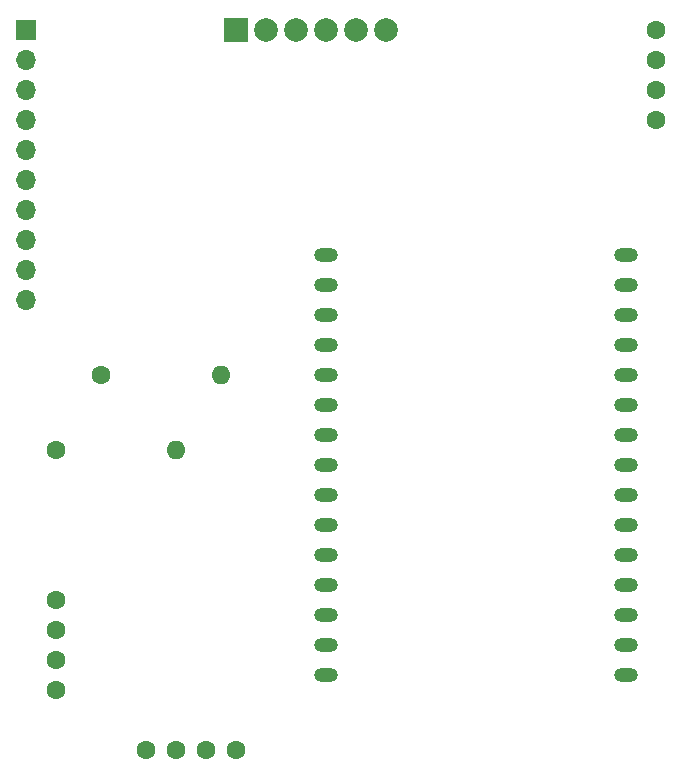
<source format=gbr>
%TF.GenerationSoftware,KiCad,Pcbnew,7.0.7*%
%TF.CreationDate,2023-11-02T18:32:30-06:00*%
%TF.ProjectId,BatteryMeter,42617474-6572-4794-9d65-7465722e6b69,rev?*%
%TF.SameCoordinates,Original*%
%TF.FileFunction,Soldermask,Bot*%
%TF.FilePolarity,Negative*%
%FSLAX46Y46*%
G04 Gerber Fmt 4.6, Leading zero omitted, Abs format (unit mm)*
G04 Created by KiCad (PCBNEW 7.0.7) date 2023-11-02 18:32:30*
%MOMM*%
%LPD*%
G01*
G04 APERTURE LIST*
%ADD10R,2.000000X2.000000*%
%ADD11C,2.000000*%
%ADD12O,2.000000X1.200000*%
%ADD13C,1.600000*%
%ADD14O,1.600000X1.600000*%
%ADD15R,1.700000X1.700000*%
%ADD16O,1.700000X1.700000*%
G04 APERTURE END LIST*
D10*
%TO.C,U3*%
X153670000Y-53340000D03*
D11*
X156210000Y-53340000D03*
X158750000Y-53340000D03*
X161290000Y-53340000D03*
X163830000Y-53340000D03*
X166370000Y-53340000D03*
%TD*%
D12*
%TO.C,U2*%
X161290000Y-72390000D03*
X161290000Y-74930000D03*
X161290000Y-77470000D03*
X161290000Y-80010000D03*
X161290000Y-82550000D03*
X161290000Y-85090000D03*
X161290000Y-87630000D03*
X161290000Y-90170000D03*
X161290000Y-92710000D03*
X161290000Y-95250000D03*
X161290000Y-97790000D03*
X161290000Y-100330000D03*
X161290000Y-102870000D03*
X161290000Y-105410000D03*
X161290000Y-107950000D03*
X186690000Y-107950000D03*
X186690000Y-105410000D03*
X186690000Y-102870000D03*
X186690000Y-100330000D03*
X186690000Y-97790000D03*
X186690000Y-95250000D03*
X186690000Y-92710000D03*
X186690000Y-90170000D03*
X186690000Y-87630000D03*
X186690000Y-85090000D03*
X186690000Y-82550000D03*
X186690000Y-80010000D03*
X186690000Y-77470000D03*
X186690000Y-74930000D03*
X186690000Y-72390000D03*
%TD*%
D13*
%TO.C,J1*%
X138430000Y-109220000D03*
X138430000Y-106680000D03*
X138430000Y-104140000D03*
X138430000Y-101600000D03*
%TD*%
%TO.C,R2*%
X142240000Y-82550000D03*
D14*
X152400000Y-82550000D03*
%TD*%
D13*
%TO.C,R1*%
X138430000Y-88900000D03*
D14*
X148590000Y-88900000D03*
%TD*%
D15*
%TO.C,M1*%
X135890000Y-53340000D03*
D16*
X135890000Y-55880000D03*
X135890000Y-58420000D03*
X135890000Y-60960000D03*
X135890000Y-63500000D03*
X135890000Y-66040000D03*
X135890000Y-68580000D03*
X135890000Y-71120000D03*
X135890000Y-73660000D03*
X135890000Y-76200000D03*
%TD*%
D13*
%TO.C,U1*%
X153670000Y-114300000D03*
X151130000Y-114300000D03*
X148590000Y-114300000D03*
X146050000Y-114300000D03*
%TD*%
%TO.C,U4*%
X189230000Y-53340000D03*
X189230000Y-55880000D03*
X189230000Y-58420000D03*
X189230000Y-60960000D03*
%TD*%
M02*

</source>
